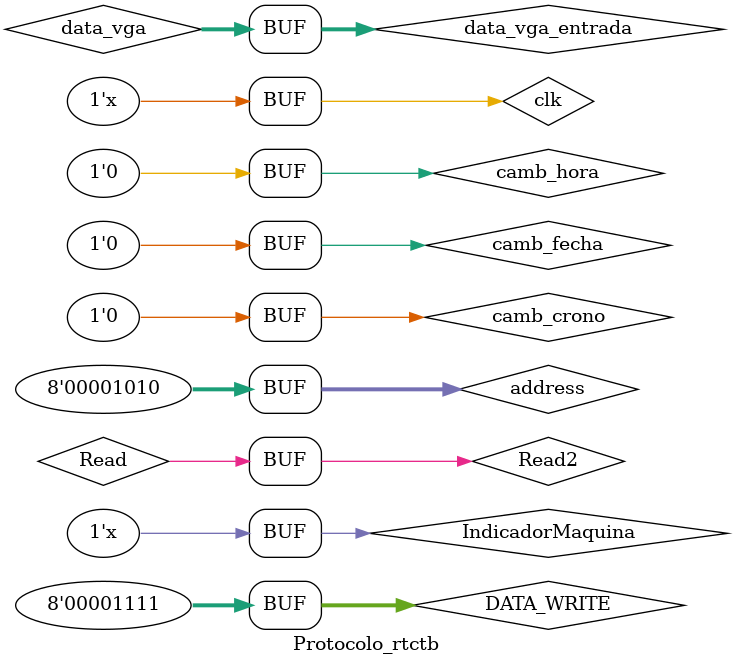
<source format=v>
`timescale 1ns / 1ps
module Protocolo_rtctb();
    wire ChipSelect,Write,Read,AoD;
    reg clk,IndicadorMaquina;
    reg [7:0] address;
    reg [7:0] DATA_WRITE;
    wire [7:0] in_out;
    reg camb_fecha,camb_hora,camb_crono;
    wire [7:0] data_vga;
    wire bit_inicio;
    wire [7:0] contador2;
    
    
Protocolo_rtc protcolo_tbunit(.clk(clk),.address(address),.DATA_WRITE(DATA_WRITE),.IndicadorMaquina(IndicadorMaquina)
                             ,.ChipSelect(ChipSelect),.Write(Write),.Read(Read),.AoD(AoD),.DATA_ADDRESS(in_out)
                             ,.data_vga(data_vga),.camb_hora(camb_hora),.camb_fecha(camb_fecha),.camb_crono(camb_crono),.contador2(contador2));
wire [7:0]contador;
wire [7:0]data_vga_entrada;
wire Read2;
wire [7:0]data_vga_final;
wire [3:0] contador_datos;
assign data_vga_entrada = data_vga;
assign contador = contador2;
assign Read2 = Read;
        
Registros registros_tbunit(.clk(clk),.bit_inicio1(bit_inicio),.data_vga(data_vga_entrada),.contador(contador),.Read(Read2),.data_vga_final(data_vga_final),.contador_datos1(contador_datos));                             
                             
                             
initial
    begin
    clk=0;
    IndicadorMaquina =1'b1;
    address=8'b00001010;
    DATA_WRITE=8'b00001111;
    camb_hora =1'b0;
    camb_fecha=1'b0;
    camb_crono=1'b0;
    end
     always
       begin
           #5 clk = ~clk;
       end
       always
       begin
              #2560 IndicadorMaquina =~IndicadorMaquina;
       end
endmodule
</source>
